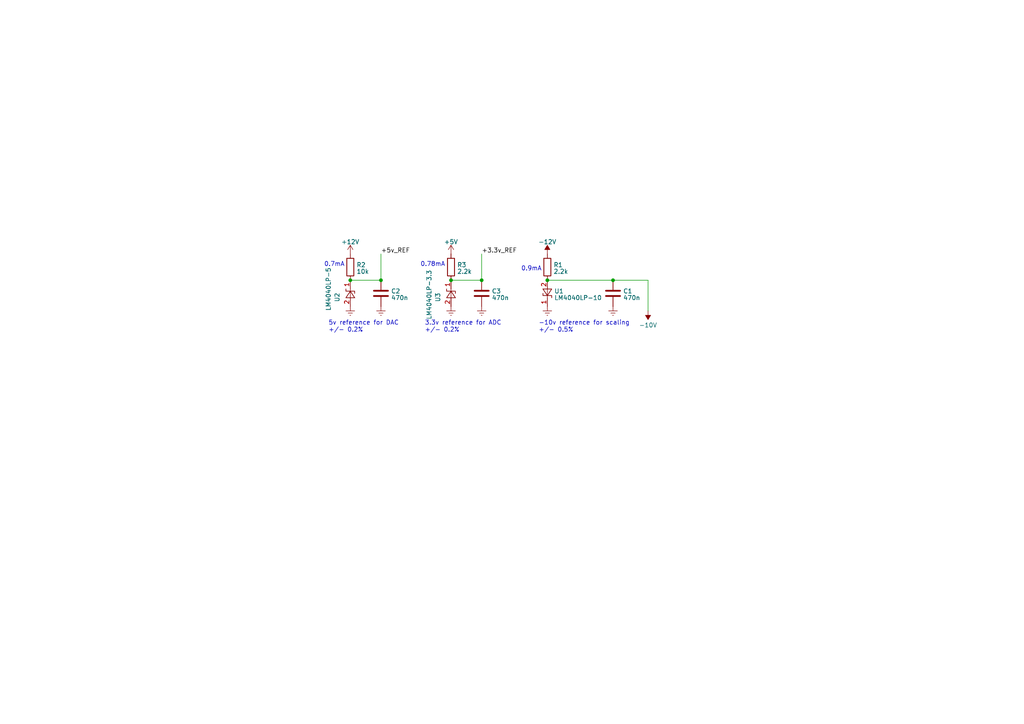
<source format=kicad_sch>
(kicad_sch (version 20230121) (generator eeschema)
  (paper "A4")
  (lib_symbols
    (symbol "+12V_1" (power) (pin_names (offset 0))
      (property "Value" "+12V_1" (at 0 3.556 0))
      (symbol "+12V_1_0_1"
        (polyline (pts (xy -0.762 1.27) (xy 0 2.54)))
        (polyline (pts (xy 0 0) (xy 0 2.54)))
        (polyline (pts (xy 0 2.54) (xy 0.762 1.27)))
      )
      (symbol "+12V_1_1_1"
        (pin power_in line (at 0 0 90) (length 0) hide (name "+12V") (number "1"))
      )
    )
    (symbol "+5V_2" (power) (pin_names (offset 0))
      (property "Value" "+5V_2" (at 0 3.556 0))
      (symbol "+5V_2_0_1"
        (polyline (pts (xy -0.762 1.27) (xy 0 2.54)))
        (polyline (pts (xy 0 0) (xy 0 2.54)))
        (polyline (pts (xy 0 2.54) (xy 0.762 1.27)))
      )
      (symbol "+5V_2_1_1"
        (pin power_in line (at 0 0 90) (length 0) hide (name "+5V") (number "1"))
      )
    )
    (symbol "Device:C" (pin_numbers hide) (pin_names (offset 0.254))
      (property "Reference" "C" (at 0.635 2.54 0))
      (property "Value" "C" (at 0.635 -2.54 0))
      (symbol "C_0_1"
        (polyline (pts (xy -2.032 -0.762) (xy 2.032 -0.762)) (stroke (width 0.508)))
        (polyline (pts (xy -2.032 0.762) (xy 2.032 0.762)) (stroke (width 0.508)))
      )
      (symbol "C_1_1"
        (pin passive line (at 0 3.81 270) (length 2.794) (name "~") (number "1"))
        (pin passive line (at 0 -3.81 90) (length 2.794) (name "~") (number "2"))
      )
    )
    (symbol "Device:R" (pin_numbers hide) (pin_names (offset 0))
      (property "Reference" "R" (at 2.032 0 90))
      (property "Value" "R" (at 0 0 90))
      (symbol "R_0_1"
        (rectangle (start -1.016 -2.54) (end 1.016 2.54) (stroke (width 0.254)))
      )
      (symbol "R_1_1"
        (pin passive line (at 0 3.81 270) (length 1.27) (name "~") (number "1"))
        (pin passive line (at 0 -3.81 90) (length 1.27) (name "~") (number "2"))
      )
    )
    (symbol "Divergent Waves:LM4040LP-5_SOT-23" (pin_names (offset 0.0254) hide)
      (property "Reference" "U11" (at -2.54 3.81 0))
      (property "Value" "LM4040LP-5" (at -5.08 6.35 0))
      (symbol "LM4040LP-5_SOT-23_0_1"
        (polyline (pts (xy -1.27 0) (xy 0 0) (xy 1.27 0)))
        (polyline (pts (xy -1.27 -1.27) (xy 0.635 0) (xy -1.27 1.27) (xy -1.27 -1.27)) (stroke (width 0.2032)))
        (polyline (pts (xy 0 -1.27) (xy 0.635 -1.27) (xy 0.635 1.27) (xy 1.27 1.27)) (stroke (width 0.2032)))
      )
      (symbol "LM4040LP-5_SOT-23_1_1"
        (pin passive line (at 3.81 0 180) (length 2.54) (name "K") (number "1"))
        (pin passive line (at -3.81 0 0) (length 2.54) (name "A") (number "2"))
      )
    )
    (symbol "Earth_7" (power) (pin_names (offset 0))
      (symbol "Earth_7_0_1"
        (polyline (pts (xy -0.635 -1.905) (xy 0.635 -1.905)))
        (polyline (pts (xy -0.127 -2.54) (xy 0.127 -2.54)))
        (polyline (pts (xy 0 -1.27) (xy 0 0)))
        (polyline (pts (xy 1.27 -1.27) (xy -1.27 -1.27)))
      )
      (symbol "Earth_7_1_1"
        (pin power_in line (at 0 0 270) (length 0) hide (name "Earth") (number "1"))
      )
    )
    (symbol "Reference_Voltage:LM4040LP-5" (pin_names (offset 0.0254) hide)
      (property "Reference" "U11" (at -2.54 3.81 0))
      (property "Value" "LM4040LP-5" (at -5.08 6.35 0))
      (symbol "LM4040LP-5_0_1"
        (polyline (pts (xy -1.27 0) (xy 0 0) (xy 1.27 0)))
        (polyline (pts (xy -1.27 -1.27) (xy 0.635 0) (xy -1.27 1.27) (xy -1.27 -1.27)) (stroke (width 0.2032)))
        (polyline (pts (xy 0 -1.27) (xy 0.635 -1.27) (xy 0.635 1.27) (xy 1.27 1.27)) (stroke (width 0.2032)))
      )
      (symbol "LM4040LP-5_1_1"
        (pin passive line (at 3.81 0 180) (length 2.54) (name "K") (number "1"))
        (pin passive line (at -3.81 0 0) (length 2.54) (name "A") (number "2"))
      )
    )
    (symbol "power:-10V" (power) (pin_names (offset 0))
      (property "Value" "-10V" (at 0 3.81 0))
      (symbol "-10V_0_0"
        (pin power_in line (at 0 0 90) (length 0) hide (name "-10V") (number "1"))
      )
      (symbol "-10V_0_1"
        (polyline (pts (xy 0 0) (xy 0 1.27) (xy 0.762 1.27) (xy 0 2.54) (xy -0.762 1.27) (xy 0 1.27)) (fill (type outline)))
      )
    )
    (symbol "power:-12V" (power) (pin_names (offset 0))
      (property "Value" "-12V" (at 0 3.81 0))
      (symbol "-12V_0_0"
        (pin power_in line (at 0 0 90) (length 0) hide (name "-12V") (number "1"))
      )
      (symbol "-12V_0_1"
        (polyline (pts (xy 0 0) (xy 0 1.27) (xy 0.762 1.27) (xy 0 2.54) (xy -0.762 1.27) (xy 0 1.27)) (fill (type outline)))
      )
    )
  )
  (junction (at 110.49 81.28))
  (junction (at 139.7 81.28))
  (junction (at 177.8 81.28))
  (junction (at 101.6 81.28))
  (junction (at 158.75 81.28))
  (junction (at 130.81 81.28))
  (wire (pts (xy 158.75 81.28) (xy 177.8 81.28)))
  (wire (pts (xy 187.96 81.28) (xy 177.8 81.28)))
  (wire (pts (xy 110.49 73.66) (xy 110.49 81.28)))
  (wire (pts (xy 101.6 81.28) (xy 110.49 81.28)))
  (wire (pts (xy 187.96 90.17) (xy 187.96 81.28)))
  (wire (pts (xy 139.7 73.66) (xy 139.7 81.28)))
  (wire (pts (xy 130.81 81.28) (xy 139.7 81.28)))
  (text "3.3v reference for ADC\n+/- 0.2%" (at 123.19 96.52 0) (effects (font (size 1.27 1.27)) (justify left bottom)))
  (text "-10v reference for scaling\n+/- 0.5%" (at 156.21 96.52 0) (effects (font (size 1.27 1.27)) (justify left bottom)))
  (text "5v reference for DAC\n+/- 0.2%" (at 95.25 96.52 0) (effects (font (size 1.27 1.27)) (justify left bottom)))
  (text "0.9mA" (at 151.13 78.74 0) (effects (font (size 1.27 1.27)) (justify left bottom)))
  (text "0.7mA" (at 93.98 77.47 0) (effects (font (size 1.27 1.27)) (justify left bottom)))
  (text "0.78mA" (at 121.92 77.47 0) (effects (font (size 1.27 1.27)) (justify left bottom)))
  (label "+5v_REF" (at 110.49 73.66 0))
  (label "+3.3v_REF" (at 139.7 73.66 0))
  (symbol (lib_name "+12V_1") (lib_id "power:+12V") (at 101.6 73.66 0) (unit 1)
    (property "Reference" "#PWR05" (effects hide))
    (property "Value" "+12V" (at 101.6 70.1581 0))
  )
  (symbol (lib_id "Divergent Waves:LM4040LP-5_SOT-23") (at 158.75 85.09 270) (unit 1)
    (property "Reference" "U1" (at 160.7566 84.4463 90) (effects (justify left)))
    (property "Value" "LM4040LP-10" (at 160.7566 86.3673 90) (effects (justify left)))
    (property "Footprint" "Package_TO_SOT_SMD:SOT-23" (effects hide))
    (property "Datasheet" "http://www.ti.com/lit/ds/symlink/lm4040-n.pdf" (effects hide))
  )
  (symbol (lib_name "Earth_7") (lib_id "power:Earth") (at 110.49 88.9 0) (unit 1)
    (property "Reference" "#PWR07" (effects hide))
    (property "Value" "Earth" (effects hide))
  )
  (symbol (lib_id "Device:C") (at 139.7 85.09 0) (unit 1)
    (property "Reference" "C3" (at 142.621 84.4463 0) (effects (justify left)))
    (property "Value" "470n" (at 142.621 86.3673 0) (effects (justify left)))
    (property "Footprint" "Capacitor_SMD:C_0603_1608Metric" (effects hide))
  )
  (symbol (lib_id "Device:R") (at 101.6 77.47 0) (unit 1)
    (property "Reference" "R2" (at 103.378 76.8263 0) (effects (justify left)))
    (property "Value" "10k" (at 103.378 78.7473 0) (effects (justify left)))
    (property "Footprint" "Resistor_SMD:R_0603_1608Metric" (effects hide))
  )
  (symbol (lib_id "power:-10V") (at 187.96 90.17 180) (unit 1)
    (property "Reference" "#PWR04" (effects hide))
    (property "Value" "-10V" (at 187.96 94.3055 0))
  )
  (symbol (lib_id "Device:R") (at 158.75 77.47 0) (unit 1)
    (property "Reference" "R1" (at 160.528 76.8263 0) (effects (justify left)))
    (property "Value" "2.2k" (at 160.528 78.7473 0) (effects (justify left)))
    (property "Footprint" "Resistor_SMD:R_0603_1608Metric" (effects hide))
  )
  (symbol (lib_id "Reference_Voltage:LM4040LP-5") (at 101.6 85.09 90) (unit 1)
    (property "Reference" "U2" (at 97.79 87.63 0) (effects (justify left)))
    (property "Value" "LM4040LP-5" (at 95.25 90.17 0) (effects (justify left)))
    (property "Footprint" "Package_TO_SOT_SMD:SOT-23" (effects hide))
    (property "Datasheet" "http://www.ti.com/lit/ds/symlink/lm4040-n.pdf" (effects hide))
  )
  (symbol (lib_name "Earth_7") (lib_id "power:Earth") (at 177.8 88.9 0) (unit 1)
    (property "Reference" "#PWR03" (effects hide))
    (property "Value" "Earth" (effects hide))
  )
  (symbol (lib_name "+5V_2") (lib_id "power:+5V") (at 130.81 73.66 0) (unit 1)
    (property "Reference" "#PWR08" (effects hide))
    (property "Value" "+5V" (at 130.81 70.1581 0))
  )
  (symbol (lib_id "Device:C") (at 110.49 85.09 0) (unit 1)
    (property "Reference" "C2" (at 113.411 84.4463 0) (effects (justify left)))
    (property "Value" "470n" (at 113.411 86.3673 0) (effects (justify left)))
    (property "Footprint" "Capacitor_SMD:C_0603_1608Metric" (effects hide))
  )
  (symbol (lib_name "Earth_7") (lib_id "power:Earth") (at 130.81 88.9 0) (unit 1)
    (property "Reference" "#PWR09" (effects hide))
    (property "Value" "Earth" (effects hide))
  )
  (symbol (lib_id "Reference_Voltage:LM4040LP-5") (at 130.81 85.09 90) (unit 1)
    (property "Reference" "U3" (at 127 87.63 0) (effects (justify left)))
    (property "Value" "LM4040LP-3.3" (at 124.46 92.71 0) (effects (justify left)))
    (property "Footprint" "Package_TO_SOT_SMD:SOT-323_SC-70" (effects hide))
    (property "Datasheet" "http://www.ti.com/lit/ds/symlink/lm4040-n.pdf" (effects hide))
  )
  (symbol (lib_name "Earth_7") (lib_id "power:Earth") (at 139.7 88.9 0) (unit 1)
    (property "Reference" "#PWR010" (effects hide))
    (property "Value" "Earth" (effects hide))
  )
  (symbol (lib_name "Earth_7") (lib_id "power:Earth") (at 101.6 88.9 0) (unit 1)
    (property "Reference" "#PWR06" (effects hide))
    (property "Value" "Earth" (effects hide))
  )
  (symbol (lib_id "power:-12V") (at 158.75 73.66 0) (unit 1)
    (property "Reference" "#PWR01" (effects hide))
    (property "Value" "-12V" (at 158.75 70.1581 0))
  )
  (symbol (lib_id "Device:C") (at 177.8 85.09 0) (unit 1)
    (property "Reference" "C1" (at 180.721 84.4463 0) (effects (justify left)))
    (property "Value" "470n" (at 180.721 86.3673 0) (effects (justify left)))
    (property "Footprint" "Capacitor_SMD:C_0603_1608Metric" (effects hide))
  )
  (symbol (lib_id "Device:R") (at 130.81 77.47 0) (unit 1)
    (property "Reference" "R3" (at 132.588 76.8263 0) (effects (justify left)))
    (property "Value" "2.2k" (at 132.588 78.7473 0) (effects (justify left)))
    (property "Footprint" "Resistor_SMD:R_0603_1608Metric" (effects hide))
  )
  (symbol (lib_name "Earth_7") (lib_id "power:Earth") (at 158.75 88.9 0) (unit 1)
    (property "Reference" "#PWR02" (effects hide))
    (property "Value" "Earth" (effects hide))
  )
)
</source>
